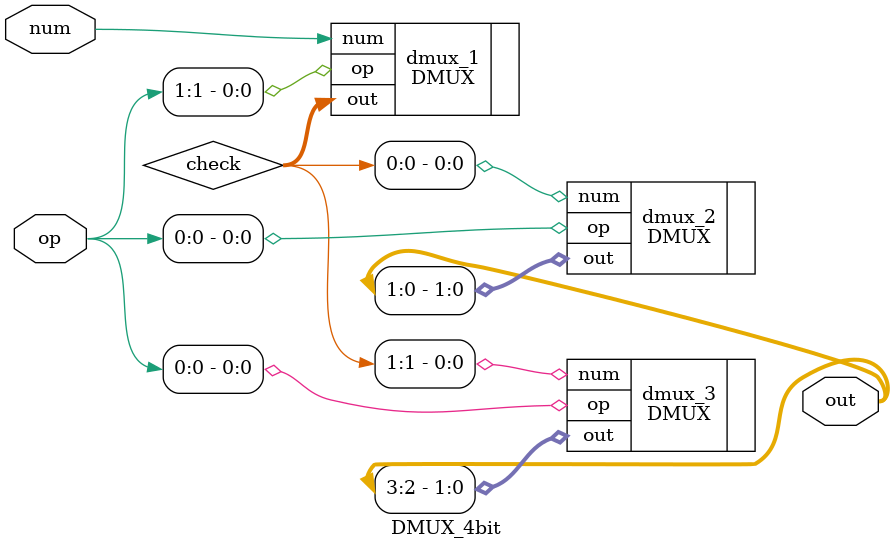
<source format=v>
`include "DMUX.v"

module DMUX_4bit(
	input wire num,
	input wire [1:0] op,
	output wire [3:0] out
);

wire [1:0] check;

DMUX dmux_1(
	.num(num),
	.op(op[1]),
	.out(check)
);

DMUX dmux_2(
	.num(check[0]),
	.op(op[0]),
	.out(out[1:0])
);

DMUX dmux_3(
	.num(check[1]),
	.op(op[0]),
	.out(out[3:2])
);

endmodule	
</source>
